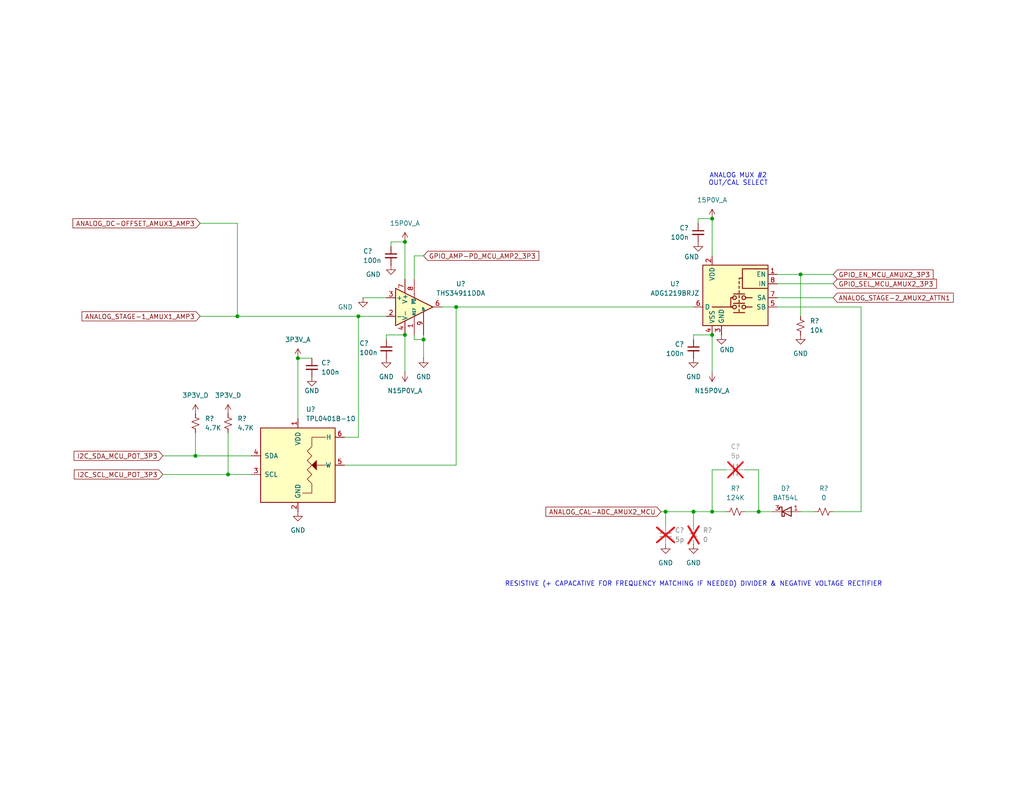
<source format=kicad_sch>
(kicad_sch (version 20231120) (generator "eeschema") (generator_version "8.0")
  (paper "A")
  (title_block (title "ARBITRARY WAVEFORM GENERATOR") (date "2024-09-11") (rev "0.0.1") (company "Tomasz Brzyzek"))
  (lib_symbols
    (symbol "BRZK_DIODE:BAT54L" (pin_names (offset 1.016) hide)
      (property "Reference" "D" (at 0 2.54 0))
      (property "Value" "BAT54L" (at 0 -2.54 0))
      (symbol "BAT54L_0_1"
        (polyline (pts (xy 1.27 0) (xy -1.27 0)))
        (polyline (pts (xy 1.27 1.27) (xy 1.27 -1.27) (xy -1.27 0) (xy 1.27 1.27)) (stroke (width 0.254)))
        (polyline (pts (xy -1.905 0.635) (xy -1.905 1.27) (xy -1.27 1.27) (xy -1.27 -1.27) (xy -0.635 -1.27) (xy -0.635 -0.635)) (stroke (width 0.254)))
      )
      (symbol "BAT54L_1_1"
        (pin passive line (at 3.81 0 180) (length 2.54) (name "A") (number "1"))
        (pin no_connect line (at 0 0 90) (length 2.54) hide (name "NC") (number "2"))
        (pin passive line (at -3.81 0 0) (length 2.54) (name "K") (number "3"))
      )
    )
    (symbol "BRZK_MUX:ADG1219BRJZ"
      (property "Reference" "U?" (at 17.78 6.3186 0))
      (property "Value" "ADG1219BRJZ" (at 17.78 3.7786 0))
      (symbol "ADG1219BRJZ_0_1"
        (rectangle (start -7.62 10.414) (end -0.635 5.08) (stroke (width 0.254)))
        (rectangle (start -7.62 11.43) (end 10.16 -5.08) (stroke (width 0.254)) (fill (type background)))
        (circle (center -1.016 0) (radius 0.508) (stroke (width 0.254)))
        (circle (center -1.016 2.54) (radius 0.508) (stroke (width 0.254)))
        (polyline (pts (xy -1.524 0) (xy -3.302 0)) (stroke (width 0.254)))
        (polyline (pts (xy -1.524 2.54) (xy -3.302 2.54)) (stroke (width 0.254)))
        (polyline (pts (xy -1.27 -1.524) (xy 1.778 -1.524)) (stroke (width 0.254)))
        (polyline (pts (xy -1.27 1.016) (xy 1.778 1.016)) (stroke (width 0.254)))
        (polyline (pts (xy -1.27 3.556) (xy 1.778 3.556)) (stroke (width 0.254)))
        (polyline (pts (xy -0.508 7.874) (xy 0.127 7.874)) (stroke (width 0.254)))
        (polyline (pts (xy 0.254 -1.27) (xy 0.254 -0.635)) (stroke (width 0.254)))
        (polyline (pts (xy 0.254 0) (xy 0.254 0.635)) (stroke (width 0.254)))
        (polyline (pts (xy 0.254 1.27) (xy 0.254 1.905)) (stroke (width 0.254)))
        (polyline (pts (xy 0.254 2.54) (xy 0.254 3.175)) (stroke (width 0.254)))
        (polyline (pts (xy 0.254 3.81) (xy 0.254 4.445)) (stroke (width 0.254)))
        (polyline (pts (xy 0.254 5.08) (xy 0.254 5.715)) (stroke (width 0.254)))
        (polyline (pts (xy 0.254 6.35) (xy 0.254 6.985)) (stroke (width 0.254)))
        (polyline (pts (xy 0.254 7.62) (xy 0.254 7.874)) (stroke (width 0.254)))
        (polyline (pts (xy 2.032 0) (xy 2.54 0)) (stroke (width 0.254)))
        (polyline (pts (xy 2.54 0) (xy 7.62 0)) (stroke (width 0.254)))
        (polyline (pts (xy 1.905 2.54) (xy 2.54 2.54) (xy 2.54 0) (xy 2.032 0)) (stroke (width 0.254)))
        (circle (center 1.524 0) (radius 0.508) (stroke (width 0.254)))
        (circle (center 1.524 2.54) (radius 0.508) (stroke (width 0.254)))
      )
      (symbol "ADG1219BRJZ_1_0"
        (pin bidirectional line (at -10.16 2.54 0) (length 2.54) (name "SA") (number "7"))
        (pin input line (at -10.16 6.35 0) (length 2.54) (name "IN") (number "8"))
      )
      (symbol "ADG1219BRJZ_1_1"
        (pin input line (at -10.16 8.89 0) (length 2.54) (name "EN") (number "1"))
        (pin power_in line (at 7.62 13.97 270) (length 2.54) (name "VDD") (number "2"))
        (pin power_in line (at 5.08 -7.62 90) (length 2.54) (name "GND") (number "3"))
        (pin power_in line (at 7.62 -7.62 90) (length 2.54) (name "VSS") (number "4"))
        (pin bidirectional line (at -10.16 0 0) (length 2.54) (name "SB") (number "5"))
        (pin bidirectional line (at 12.7 0 180) (length 2.54) (name "D") (number "6"))
      )
    )
    (symbol "BRZK_OPAMP:THS34911DDA" (pin_names (offset 0.127))
      (property "Reference" "U" (at 3.81 3.81 0))
      (property "Value" "THS34911DDA" (at 10.16 -2.54 0))
      (symbol "THS34911DDA_1_1"
        (polyline (pts (xy -5.08 5.08) (xy 5.08 0) (xy -5.08 -5.08) (xy -5.08 5.08)) (stroke (width 0.254)) (fill (type background)))
        (pin input line (at 0 -7.62 90) (length 5.08) (name "REF") (number "1"))
        (pin input line (at -7.62 -2.54 0) (length 2.54) (name "-") (number "2"))
        (pin input line (at -7.62 2.54 0) (length 2.54) (name "+") (number "3"))
        (pin power_in line (at -2.54 -7.62 90) (length 3.81) (name "V-") (number "4"))
        (pin no_connect line (at -5.08 0 0) (length 2.54) hide (name "NC") (number "5"))
        (pin output line (at 7.62 0 180) (length 2.54) (name "~") (number "6"))
        (pin power_in line (at -2.54 7.62 270) (length 3.81) (name "V+") (number "7"))
        (pin input line (at 0 7.62 270) (length 5.08) (name "~{PD}") (number "8"))
        (pin passive line (at 2.54 -7.62 90) (length 6.35) (name "EP") (number "9"))
      )
    )
    (symbol "BRZK_POT:TPL0401B-10" (pin_names (offset 1.016))
      (property "Reference" "U" (at -10.16 11.43 0))
      (property "Value" "TPL0401B-10" (at 1.27 11.43 0))
      (symbol "TPL0401B-10_0_1"
        (polyline (pts (xy 7.62 0) (xy 5.08 0)))
        (polyline (pts (xy 5.08 -1.27) (xy 5.08 1.27) (xy 3.81 0) (xy 5.08 -1.27) (xy 5.08 -1.27)) (fill (type outline)))
        (polyline (pts (xy 7.62 7.62) (xy 3.81 7.62) (xy 3.81 5.08) (xy 2.54 3.81) (xy 3.81 2.54) (xy 2.54 1.27) (xy 3.81 0) (xy 2.54 -1.27) (xy 3.81 -2.54) (xy 2.54 -3.81) (xy 3.81 -5.08) (xy 3.81 -7.62) (xy 1.27 -7.62)))
      )
      (symbol "TPL0401B-10_1_1"
        (rectangle (start -10.16 10.16) (end 10.16 -10.16) (stroke (width 0.254)) (fill (type background)))
        (pin power_in line (at 0 12.7 270) (length 2.54) (name "VDD") (number "1"))
        (pin power_in line (at 0 -12.7 90) (length 2.54) (name "GND") (number "2"))
        (pin input line (at -12.7 -2.54 0) (length 2.54) (name "SCL") (number "3"))
        (pin bidirectional line (at -12.7 2.54 0) (length 2.54) (name "SDA") (number "4"))
        (pin passive line (at 12.7 0 180) (length 2.54) (name "W") (number "5"))
        (pin passive line (at 12.7 7.62 180) (length 2.54) (name "H") (number "6"))
      )
    )
    (symbol "Device:C_Small" (pin_numbers hide) (pin_names (offset 0.254) hide)
      (property "Reference" "C" (at 0.254 1.778 0))
      (property "Value" "C_Small" (at 0.254 -2.032 0))
      (symbol "C_Small_0_1"
        (polyline (pts (xy -1.524 -0.508) (xy 1.524 -0.508)) (stroke (width 0.3302)))
        (polyline (pts (xy -1.524 0.508) (xy 1.524 0.508)) (stroke (width 0.3048)))
      )
      (symbol "C_Small_1_1"
        (pin passive line (at 0 2.54 270) (length 2.032) (name "~") (number "1"))
        (pin passive line (at 0 -2.54 90) (length 2.032) (name "~") (number "2"))
      )
    )
    (symbol "Device:R_Small_US" (pin_numbers hide) (pin_names (offset 0.254) hide)
      (property "Reference" "R" (at 0.762 0.508 0))
      (property "Value" "R_Small_US" (at 0.762 -1.016 0))
      (symbol "R_Small_US_1_1"
        (polyline (pts (xy 0 0) (xy 1.016 -0.381) (xy 0 -0.762) (xy -1.016 -1.143) (xy 0 -1.524)))
        (polyline (pts (xy 0 1.524) (xy 1.016 1.143) (xy 0 0.762) (xy -1.016 0.381) (xy 0 0)))
        (pin passive line (at 0 2.54 270) (length 1.016) (name "~") (number "1"))
        (pin passive line (at 0 -2.54 90) (length 1.016) (name "~") (number "2"))
      )
    )
    (symbol "power:+3V3" (power) (pin_numbers hide) (pin_names (offset 0) hide)
      (property "Value" "+3V3" (at 0 3.556 0))
      (symbol "+3V3_0_1"
        (polyline (pts (xy -0.762 1.27) (xy 0 2.54)))
        (polyline (pts (xy 0 0) (xy 0 2.54)))
        (polyline (pts (xy 0 2.54) (xy 0.762 1.27)))
      )
      (symbol "+3V3_1_1"
        (pin power_in line (at 0 0 90) (length 0) (name "~") (number "1"))
      )
    )
    (symbol "power:GND" (power) (pin_numbers hide) (pin_names (offset 0) hide)
      (property "Value" "GND" (at 0 -3.81 0))
      (symbol "GND_0_1"
        (polyline (pts (xy 0 0) (xy 0 -1.27) (xy 1.27 -1.27) (xy 0 -2.54) (xy -1.27 -1.27) (xy 0 -1.27)))
      )
      (symbol "GND_1_1"
        (pin power_in line (at 0 0 270) (length 0) (name "~") (number "1"))
      )
    )
  )
  (junction (at 218.44 74.93))
  (junction (at 181.61 139.7))
  (junction (at 124.46 83.82))
  (junction (at 64.77 86.36))
  (junction (at 189.23 139.7))
  (junction (at 53.34 124.46))
  (junction (at 207.01 139.7))
  (junction (at 194.31 139.7))
  (junction (at 194.31 59.69))
  (junction (at 81.28 97.79))
  (junction (at 110.49 66.04))
  (junction (at 62.23 129.54))
  (junction (at 115.57 92.71))
  (junction (at 97.79 86.36))
  (junction (at 194.31 91.44))
  (junction (at 110.49 91.44))
  (wire (pts (xy 44.45 124.46) (xy 53.34 124.46)))
  (wire (pts (xy 113.03 76.2) (xy 113.03 69.85)))
  (wire (pts (xy 181.61 143.51) (xy 181.61 139.7)))
  (wire (pts (xy 110.49 66.04) (xy 110.49 76.2)))
  (wire (pts (xy 194.31 101.6) (xy 194.31 91.44)))
  (wire (pts (xy 194.31 59.69) (xy 194.31 69.85)))
  (wire (pts (xy 218.44 74.93) (xy 212.09 74.93)))
  (wire (pts (xy 81.28 97.79) (xy 81.28 114.3)))
  (wire (pts (xy 105.41 91.44) (xy 110.49 91.44)))
  (wire (pts (xy 218.44 74.93) (xy 218.44 86.36)))
  (wire (pts (xy 105.41 92.71) (xy 105.41 91.44)))
  (wire (pts (xy 190.5 60.96) (xy 190.5 59.69)))
  (wire (pts (xy 194.31 139.7) (xy 189.23 139.7)))
  (wire (pts (xy 113.03 69.85) (xy 115.57 69.85)))
  (wire (pts (xy 62.23 129.54) (xy 68.58 129.54)))
  (wire (pts (xy 198.12 128.27) (xy 194.31 128.27)))
  (wire (pts (xy 227.33 77.47) (xy 212.09 77.47)))
  (wire (pts (xy 113.03 92.71) (xy 115.57 92.71)))
  (wire (pts (xy 93.98 119.38) (xy 97.79 119.38)))
  (wire (pts (xy 234.95 83.82) (xy 234.95 139.7)))
  (wire (pts (xy 181.61 139.7) (xy 189.23 139.7)))
  (wire (pts (xy 207.01 128.27) (xy 203.2 128.27)))
  (wire (pts (xy 54.61 60.96) (xy 64.77 60.96)))
  (wire (pts (xy 44.45 129.54) (xy 62.23 129.54)))
  (wire (pts (xy 93.98 127) (xy 124.46 127)))
  (wire (pts (xy 106.68 66.04) (xy 110.49 66.04)))
  (wire (pts (xy 53.34 124.46) (xy 68.58 124.46)))
  (wire (pts (xy 62.23 118.11) (xy 62.23 129.54)))
  (wire (pts (xy 64.77 86.36) (xy 54.61 86.36)))
  (wire (pts (xy 106.68 67.31) (xy 106.68 66.04)))
  (wire (pts (xy 194.31 139.7) (xy 198.12 139.7)))
  (wire (pts (xy 115.57 97.79) (xy 115.57 92.71)))
  (wire (pts (xy 99.06 81.28) (xy 105.41 81.28)))
  (wire (pts (xy 194.31 91.44) (xy 189.23 91.44)))
  (wire (pts (xy 120.65 83.82) (xy 124.46 83.82)))
  (wire (pts (xy 97.79 86.36) (xy 64.77 86.36)))
  (wire (pts (xy 113.03 91.44) (xy 113.03 92.71)))
  (wire (pts (xy 115.57 92.71) (xy 115.57 91.44)))
  (wire (pts (xy 97.79 119.38) (xy 97.79 86.36)))
  (wire (pts (xy 124.46 83.82) (xy 189.23 83.82)))
  (wire (pts (xy 207.01 139.7) (xy 210.82 139.7)))
  (wire (pts (xy 207.01 128.27) (xy 207.01 139.7)))
  (wire (pts (xy 218.44 139.7) (xy 222.25 139.7)))
  (wire (pts (xy 194.31 59.69) (xy 190.5 59.69)))
  (wire (pts (xy 212.09 83.82) (xy 234.95 83.82)))
  (wire (pts (xy 105.41 86.36) (xy 97.79 86.36)))
  (wire (pts (xy 227.33 81.28) (xy 212.09 81.28)))
  (wire (pts (xy 203.2 139.7) (xy 207.01 139.7)))
  (wire (pts (xy 53.34 124.46) (xy 53.34 118.11)))
  (wire (pts (xy 227.33 139.7) (xy 234.95 139.7)))
  (wire (pts (xy 189.23 139.7) (xy 189.23 143.51)))
  (wire (pts (xy 194.31 128.27) (xy 194.31 139.7)))
  (wire (pts (xy 180.34 139.7) (xy 181.61 139.7)))
  (wire (pts (xy 81.28 97.79) (xy 85.09 97.79)))
  (wire (pts (xy 227.33 74.93) (xy 218.44 74.93)))
  (wire (pts (xy 124.46 127) (xy 124.46 83.82)))
  (wire (pts (xy 64.77 60.96) (xy 64.77 86.36)))
  (wire (pts (xy 189.23 92.71) (xy 189.23 91.44)))
  (wire (pts (xy 110.49 101.6) (xy 110.49 91.44)))
  (text "RESISTIVE (+ CAPACATIVE FOR FREQUENCY MATCHING IF NEEDED) DIVIDER & NEGATIVE VOLTAGE RECTIFIER" (at 189.23 159.512 0) (effects (font (size 1.27 1.27))))
  (text "ANALOG MUX #2\nOUT/CAL SELECT" (at 201.422 49.022 0) (effects (font (size 1.27 1.27))))
  (global_label "ANALOG_DC-OFFSET_AMUX3_AMP3" (shape input) (at 54.61 60.96 180) (property "Intersheetrefs" "${INTERSHEET_REFS}" (effects (hide yes))))
  (global_label "I2C_SDA_MCU_POT_3P3" (shape input) (at 44.45 124.46 180) (property "Intersheetrefs" "${INTERSHEET_REFS}" (effects (hide yes))))
  (global_label "ANALOG_STAGE-2_AMUX2_ATTN1" (shape input) (at 227.33 81.28 0) (property "Intersheetrefs" "${INTERSHEET_REFS}" (effects (hide yes))))
  (global_label "GPIO_EN_MCU_AMUX2_3P3" (shape input) (at 227.33 74.93 0) (property "Intersheetrefs" "${INTERSHEET_REFS}" (effects (hide yes))))
  (global_label "ANALOG_STAGE-1_AMUX1_AMP3" (shape input) (at 54.61 86.36 180) (property "Intersheetrefs" "${INTERSHEET_REFS}" (effects (hide yes))))
  (global_label "I2C_SCL_MCU_POT_3P3" (shape input) (at 44.45 129.54 180) (property "Intersheetrefs" "${INTERSHEET_REFS}" (effects (hide yes))))
  (global_label "GPIO_AMP-PD_MCU_AMP2_3P3" (shape input) (at 115.57 69.85 0) (property "Intersheetrefs" "${INTERSHEET_REFS}" (effects (hide yes))))
  (global_label "ANALOG_CAL-ADC_AMUX2_MCU" (shape input) (at 180.34 139.7 180) (property "Intersheetrefs" "${INTERSHEET_REFS}" (effects (hide yes))))
  (global_label "GPIO_SEL_MCU_AMUX2_3P3" (shape input) (at 227.33 77.47 0) (property "Intersheetrefs" "${INTERSHEET_REFS}" (effects (hide yes))))
  (symbol (lib_id "BRZK_POT:TPL0401B-10") (at 81.28 127 0) (unit 1)
    (property "Reference" "U?" (at 83.4741 111.76 0) (effects (justify left)))
    (property "Value" "TPL0401B-10" (at 83.4741 114.3 0) (effects (justify left)))
    (property "Footprint" "Package_TO_SOT_SMD:Texas_R-PDSO-G6" (effects (hide yes)))
    (property "Datasheet" "http://www.ti.com/lit/ds/symlink/tpl0401a-10-q1.pdf" (effects (hide yes)))
    (property "Description" "128-TAPS Single-Channel Digital Potentiometer, I2C Interface, SC-70-6" (effects (hide yes)))
  )
  (symbol (lib_id "power:GND") (at 189.23 97.79 0) (mirror y) (unit 1)
    (property "Reference" "#PWR0134" (effects (hide yes)))
    (property "Value" "GND" (at 189.23 102.87 0))
    (property "Description" "Power symbol creates a global label with name \"GND\" , ground" (effects (hide yes)))
  )
  (symbol (lib_id "Device:R_Small_US") (at 189.23 146.05 0) (unit 1) (dnp yes)
    (property "Reference" "R?" (at 191.77 144.7799 0) (effects (justify left)))
    (property "Value" "0" (at 191.77 147.3199 0) (effects (justify left)))
    (property "Description" "Resistor, small US symbol" (effects (hide yes)))
  )
  (symbol (lib_id "power:GND") (at 189.23 148.59 0) (unit 1)
    (property "Reference" "#PWR0153" (effects (hide yes)))
    (property "Value" "GND" (at 189.23 153.67 0))
    (property "Description" "Power symbol creates a global label with name \"GND\" , ground" (effects (hide yes)))
  )
  (symbol (lib_id "power:+3V3") (at 110.49 101.6 180) (unit 1)
    (property "Reference" "#PWR0127" (effects (hide yes)))
    (property "Value" "N15P0V_A" (at 110.49 106.68 0))
    (property "Description" "Power symbol creates a global label with name \"+3V3\"" (effects (hide yes)))
  )
  (symbol (lib_id "Device:R_Small_US") (at 218.44 88.9 180) (unit 1)
    (property "Reference" "R?" (at 220.98 87.6299 0) (effects (justify right)))
    (property "Value" "10k" (at 220.98 90.1699 0) (effects (justify right)))
    (property "Footprint" "Resistor_SMD:R_0603_1608Metric" (effects (hide yes)))
    (property "Description" "Resistor, small US symbol" (effects (hide yes)))
    (property "PN" "CR-03FC7---10K" (effects (hide yes)))
  )
  (symbol (lib_id "Device:C_Small") (at 190.5 63.5 0) (mirror y) (unit 1)
    (property "Reference" "C?" (at 187.96 62.2363 0) (effects (justify left)))
    (property "Value" "100n" (at 187.96 64.7763 0) (effects (justify left)))
    (property "Footprint" "Capacitor_SMD:C_0603_1608Metric" (effects (hide yes)))
    (property "Description" "Unpolarized capacitor, small symbol" (effects (hide yes)))
    (property "PN" "CL10B104JB8NNNC" (effects (hide yes)))
  )
  (symbol (lib_id "power:GND") (at 181.61 148.59 0) (unit 1)
    (property "Reference" "#PWR0152" (effects (hide yes)))
    (property "Value" "GND" (at 181.61 153.67 0))
    (property "Description" "Power symbol creates a global label with name \"GND\" , ground" (effects (hide yes)))
  )
  (symbol (lib_id "power:GND") (at 190.5 66.04 0) (mirror y) (unit 1)
    (property "Reference" "#PWR0131" (effects (hide yes)))
    (property "Value" "GND" (at 188.722 70.104 0))
    (property "Description" "Power symbol creates a global label with name \"GND\" , ground" (effects (hide yes)))
  )
  (symbol (lib_id "Device:C_Small") (at 181.61 146.05 180) (unit 1) (dnp yes)
    (property "Reference" "C?" (at 184.15 144.7735 0) (effects (justify right)))
    (property "Value" "5p" (at 184.15 147.3135 0) (effects (justify right)))
    (property "Description" "Unpolarized capacitor, small symbol" (effects (hide yes)))
  )
  (symbol (lib_id "Device:C_Small") (at 106.68 69.85 0) (unit 1)
    (property "Reference" "C?" (at 99.06 68.58 0) (effects (justify left)))
    (property "Value" "100n" (at 99.06 71.12 0) (effects (justify left)))
    (property "Footprint" "Capacitor_SMD:C_0603_1608Metric" (effects (hide yes)))
    (property "Description" "Unpolarized capacitor, small symbol" (effects (hide yes)))
    (property "PN" "CL10B104JB8NNNC" (effects (hide yes)))
  )
  (symbol (lib_id "BRZK_OPAMP:THS34911DDA") (at 113.03 83.82 0) (unit 1)
    (property "Reference" "U?" (at 125.73 77.5014 0))
    (property "Value" "THS34911DDA" (at 125.73 80.0414 0))
    (property "Footprint" "Package_SO:Texas_R-PDSO-G8_EP2.95x4.9mm_Mask2.4x3.1mm" (effects (hide yes)))
    (property "Datasheet" "http://www.ti.com/lit/ds/symlink/ths3491.pdf" (effects (hide yes)))
    (property "Description" "900-MHz, 500-mA High-Power Output Current Feedback Operational Amplifier, SOIC-8" (effects (hide yes)))
  )
  (symbol (lib_id "Device:C_Small") (at 189.23 95.25 0) (mirror y) (unit 1)
    (property "Reference" "C?" (at 186.69 93.9863 0) (effects (justify left)))
    (property "Value" "100n" (at 186.69 96.5263 0) (effects (justify left)))
    (property "Footprint" "Capacitor_SMD:C_0603_1608Metric" (effects (hide yes)))
    (property "Description" "Unpolarized capacitor, small symbol" (effects (hide yes)))
    (property "PN" "CL10B104JB8NNNC" (effects (hide yes)))
  )
  (symbol (lib_id "power:GND") (at 115.57 97.79 0) (unit 1)
    (property "Reference" "#PWR0128" (effects (hide yes)))
    (property "Value" "GND" (at 115.57 102.87 0))
    (property "Description" "Power symbol creates a global label with name \"GND\" , ground" (effects (hide yes)))
  )
  (symbol (lib_id "Device:R_Small_US") (at 200.66 139.7 270) (unit 1)
    (property "Reference" "R?" (at 200.66 133.35 90))
    (property "Value" "124K" (at 200.66 135.89 90))
    (property "Description" "Resistor, small US symbol" (effects (hide yes)))
  )
  (symbol (lib_id "power:GND") (at 106.68 72.39 0) (unit 1)
    (property "Reference" "#PWR0126" (effects (hide yes)))
    (property "Value" "GND" (at 101.854 74.93 0))
    (property "Description" "Power symbol creates a global label with name \"GND\" , ground" (effects (hide yes)))
  )
  (symbol (lib_id "Device:C_Small") (at 105.41 95.25 0) (unit 1)
    (property "Reference" "C?" (at 98.044 93.726 0) (effects (justify left)))
    (property "Value" "100n" (at 98.044 96.266 0) (effects (justify left)))
    (property "Footprint" "Capacitor_SMD:C_0603_1608Metric" (effects (hide yes)))
    (property "Description" "Unpolarized capacitor, small symbol" (effects (hide yes)))
    (property "PN" "CL10B104JB8NNNC" (effects (hide yes)))
  )
  (symbol (lib_id "power:+3V3") (at 81.28 97.79 0) (unit 1)
    (property "Reference" "#PWR0148" (effects (hide yes)))
    (property "Value" "3P3V_A" (at 81.28 92.71 0))
    (property "Description" "Power symbol creates a global label with name \"+3V3\"" (effects (hide yes)))
  )
  (symbol (lib_id "Device:R_Small_US") (at 224.79 139.7 270) (unit 1)
    (property "Reference" "R?" (at 224.79 133.35 90))
    (property "Value" "0" (at 224.79 135.89 90))
    (property "Description" "Resistor, small US symbol" (effects (hide yes)))
  )
  (symbol (lib_id "power:GND") (at 218.44 91.44 0) (unit 1)
    (property "Reference" "#PWR0154" (effects (hide yes)))
    (property "Value" "GND" (at 218.44 96.52 0))
    (property "Description" "Power symbol creates a global label with name \"GND\" , ground" (effects (hide yes)))
  )
  (symbol (lib_id "power:+3V3") (at 194.31 101.6 0) (mirror x) (unit 1)
    (property "Reference" "#PWR0133" (effects (hide yes)))
    (property "Value" "N15P0V_A" (at 194.31 106.68 0))
    (property "Description" "Power symbol creates a global label with name \"+3V3\"" (effects (hide yes)))
  )
  (symbol (lib_id "Device:R_Small_US") (at 62.23 115.57 180) (unit 1)
    (property "Reference" "R?" (at 64.77 114.2999 0) (effects (justify right)))
    (property "Value" "4.7K" (at 64.77 116.8399 0) (effects (justify right)))
    (property "Description" "Resistor, small US symbol" (effects (hide yes)))
  )
  (symbol (lib_id "power:+3V3") (at 53.34 113.03 0) (unit 1)
    (property "Reference" "#PWR0150" (effects (hide yes)))
    (property "Value" "3P3V_D" (at 53.34 107.95 0))
    (property "Description" "Power symbol creates a global label with name \"+3V3\"" (effects (hide yes)))
  )
  (symbol (lib_id "Device:C_Small") (at 200.66 128.27 90) (unit 1) (dnp yes)
    (property "Reference" "C?" (at 200.6663 121.92 90))
    (property "Value" "5p" (at 200.6663 124.46 90))
    (property "Description" "Unpolarized capacitor, small symbol" (effects (hide yes)))
  )
  (symbol (lib_id "power:GND") (at 196.85 91.44 0) (mirror y) (unit 1)
    (property "Reference" "#PWR0132" (effects (hide yes)))
    (property "Value" "GND" (at 198.374 95.504 0))
    (property "Description" "Power symbol creates a global label with name \"GND\" , ground" (effects (hide yes)))
  )
  (symbol (lib_id "power:GND") (at 105.41 97.79 0) (unit 1)
    (property "Reference" "#PWR0125" (effects (hide yes)))
    (property "Value" "GND" (at 105.41 102.87 0))
    (property "Description" "Power symbol creates a global label with name \"GND\" , ground" (effects (hide yes)))
  )
  (symbol (lib_id "power:+3V3") (at 62.23 113.03 0) (unit 1)
    (property "Reference" "#PWR0151" (effects (hide yes)))
    (property "Value" "3P3V_D" (at 62.23 107.95 0))
    (property "Description" "Power symbol creates a global label with name \"+3V3\"" (effects (hide yes)))
  )
  (symbol (lib_id "power:GND") (at 81.28 139.7 0) (unit 1)
    (property "Reference" "#PWR0147" (effects (hide yes)))
    (property "Value" "GND" (at 81.28 144.78 0))
    (property "Description" "Power symbol creates a global label with name \"GND\" , ground" (effects (hide yes)))
  )
  (symbol (lib_id "Device:C_Small") (at 85.09 100.33 0) (unit 1)
    (property "Reference" "C?" (at 87.63 99.0663 0) (effects (justify left)))
    (property "Value" "100n" (at 87.63 101.6063 0) (effects (justify left)))
    (property "Footprint" "Capacitor_SMD:C_0603_1608Metric" (effects (hide yes)))
    (property "Description" "Unpolarized capacitor, small symbol" (effects (hide yes)))
    (property "PN" "CL10B104JB8NNNC" (effects (hide yes)))
  )
  (symbol (lib_id "Device:R_Small_US") (at 53.34 115.57 180) (unit 1)
    (property "Reference" "R?" (at 55.88 114.2999 0) (effects (justify right)))
    (property "Value" "4.7K" (at 55.88 116.8399 0) (effects (justify right)))
    (property "Description" "Resistor, small US symbol" (effects (hide yes)))
  )
  (symbol (lib_id "power:GND") (at 85.09 102.87 0) (unit 1)
    (property "Reference" "#PWR0149" (effects (hide yes)))
    (property "Value" "GND" (at 85.09 106.68 0))
    (property "Description" "Power symbol creates a global label with name \"GND\" , ground" (effects (hide yes)))
  )
  (symbol (lib_id "BRZK_MUX:ADG1219BRJZ") (at 201.93 83.82 0) (mirror y) (unit 1)
    (property "Reference" "U?" (at 184.15 77.5014 0))
    (property "Value" "ADG1219BRJZ" (at 184.15 80.0414 0))
    (property "Footprint" "TBD" (effects (hide yes)))
    (property "Datasheet" "https://www.analog.com/media/en/technical-documentation/data-sheets/ADG1219.pdf" (effects (hide yes)))
    (property "Description" "Low Capacitance, Low Charge Injection, ±15 V/12 V iCMOS® SPDT in SOT-23" (effects (hide yes)))
  )
  (symbol (lib_id "power:+3V3") (at 194.31 59.69 0) (mirror y) (unit 1)
    (property "Reference" "#PWR0130" (effects (hide yes)))
    (property "Value" "15P0V_A" (at 194.31 54.61 0))
    (property "Description" "Power symbol creates a global label with name \"+3V3\"" (effects (hide yes)))
  )
  (symbol (lib_id "power:+3V3") (at 110.49 66.04 0) (unit 1)
    (property "Reference" "#PWR0124" (effects (hide yes)))
    (property "Value" "15P0V_A" (at 110.49 60.96 0))
    (property "Description" "Power symbol creates a global label with name \"+3V3\"" (effects (hide yes)))
  )
  (symbol (lib_id "BRZK_DIODE:BAT54L") (at 214.63 139.7 0) (unit 1)
    (property "Reference" "D?" (at 214.3125 133.35 0))
    (property "Value" "BAT54L" (at 214.3125 135.89 0))
    (property "Footprint" "Package_TO_SOT_SMD:SOT-23" (effects (hide yes)))
    (property "Datasheet" "https://www.onsemi.com/download/data-sheet/pdf/bat54lt1-d.pdf" (effects (hide yes)))
    (property "Description" "Schottky barrier diode, SOT-32" (effects (hide yes)))
  )
  (symbol (lib_id "power:GND") (at 99.06 81.28 0) (unit 1)
    (property "Reference" "#PWR0129" (effects (hide yes)))
    (property "Value" "GND" (at 94.234 83.82 0))
    (property "Description" "Power symbol creates a global label with name \"GND\" , ground" (effects (hide yes)))
  )
)
</source>
